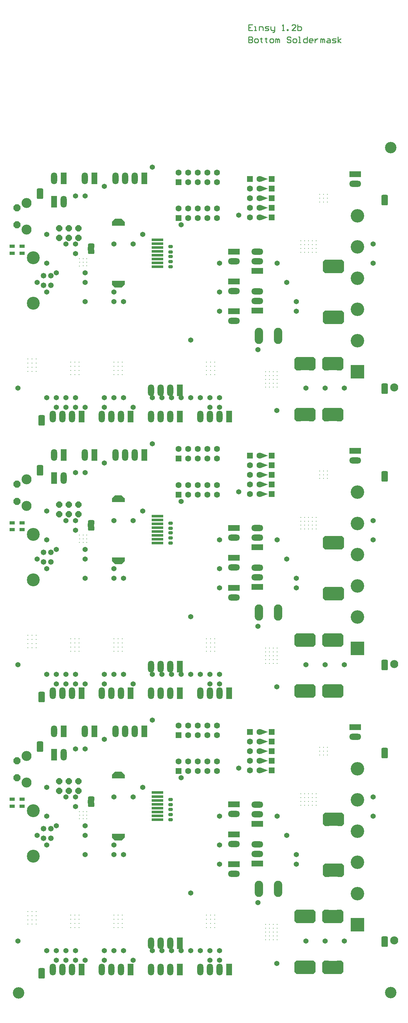
<source format=gbs>
G04*
G04 #@! TF.GenerationSoftware,Altium Limited,Altium Designer,19.1.5 (86)*
G04*
G04 Layer_Color=16711935*
%FSLAX24Y24*%
%MOIN*%
G70*
G01*
G75*
%ADD12C,0.0100*%
%ADD141C,0.0580*%
%ADD190C,0.0631*%
G04:AMPARAMS|DCode=194|XSize=118.7mil|YSize=118.7mil|CornerRadius=59.4mil|HoleSize=0mil|Usage=FLASHONLY|Rotation=90.000|XOffset=0mil|YOffset=0mil|HoleType=Round|Shape=RoundedRectangle|*
%AMROUNDEDRECTD194*
21,1,0.1187,0.0000,0,0,90.0*
21,1,0.0000,0.1187,0,0,90.0*
1,1,0.1187,0.0000,0.0000*
1,1,0.1187,0.0000,0.0000*
1,1,0.1187,0.0000,0.0000*
1,1,0.1187,0.0000,0.0000*
%
%ADD194ROUNDEDRECTD194*%
G04:AMPARAMS|DCode=216|XSize=33.1mil|YSize=43.4mil|CornerRadius=7.8mil|HoleSize=0mil|Usage=FLASHONLY|Rotation=90.000|XOffset=0mil|YOffset=0mil|HoleType=Round|Shape=RoundedRectangle|*
%AMROUNDEDRECTD216*
21,1,0.0331,0.0277,0,0,90.0*
21,1,0.0175,0.0434,0,0,90.0*
1,1,0.0157,0.0139,0.0087*
1,1,0.0157,0.0139,-0.0087*
1,1,0.0157,-0.0139,-0.0087*
1,1,0.0157,-0.0139,0.0087*
%
%ADD216ROUNDEDRECTD216*%
G04:AMPARAMS|DCode=225|XSize=54mil|YSize=54mil|CornerRadius=27mil|HoleSize=0mil|Usage=FLASHONLY|Rotation=270.000|XOffset=0mil|YOffset=0mil|HoleType=Round|Shape=RoundedRectangle|*
%AMROUNDEDRECTD225*
21,1,0.0540,0.0000,0,0,270.0*
21,1,0.0000,0.0540,0,0,270.0*
1,1,0.0540,0.0000,0.0000*
1,1,0.0540,0.0000,0.0000*
1,1,0.0540,0.0000,0.0000*
1,1,0.0540,0.0000,0.0000*
%
%ADD225ROUNDEDRECTD225*%
%ADD251R,0.0631X0.0631*%
%ADD252C,0.0631*%
%ADD253O,0.0865X0.1690*%
%ADD254R,0.0631X0.0631*%
G04:AMPARAMS|DCode=255|XSize=137mil|YSize=87mil|CornerRadius=0mil|HoleSize=0mil|Usage=FLASHONLY|Rotation=270.000|XOffset=0mil|YOffset=0mil|HoleType=Round|Shape=Octagon|*
%AMOCTAGOND255*
4,1,8,-0.0217,-0.0685,0.0217,-0.0685,0.0435,-0.0468,0.0435,0.0468,0.0217,0.0685,-0.0217,0.0685,-0.0435,0.0468,-0.0435,-0.0468,-0.0217,-0.0685,0.0*
%
%ADD255OCTAGOND255*%

%ADD256P,0.0714X8X22.5*%
%ADD257C,0.1345*%
%ADD258P,0.0801X8X292.5*%
%ADD259C,0.1040*%
%ADD260R,0.1240X0.0640*%
%ADD261O,0.1240X0.0640*%
%ADD262R,0.0640X0.1240*%
%ADD263O,0.0640X0.1240*%
%ADD264O,0.1400X0.1400*%
%ADD265R,0.1400X0.1400*%
%ADD266C,0.0840*%
%ADD268R,0.0704X0.0354*%
G04:AMPARAMS|DCode=269|XSize=54mil|YSize=54mil|CornerRadius=27mil|HoleSize=0mil|Usage=FLASHONLY|Rotation=180.000|XOffset=0mil|YOffset=0mil|HoleType=Round|Shape=RoundedRectangle|*
%AMROUNDEDRECTD269*
21,1,0.0540,0.0000,0,0,180.0*
21,1,0.0000,0.0540,0,0,180.0*
1,1,0.0540,0.0000,0.0000*
1,1,0.0540,0.0000,0.0000*
1,1,0.0540,0.0000,0.0000*
1,1,0.0540,0.0000,0.0000*
%
%ADD269ROUNDEDRECTD269*%
%ADD270R,0.1241X0.0280*%
G04:AMPARAMS|DCode=271|XSize=50mil|YSize=67mil|CornerRadius=13.5mil|HoleSize=0mil|Usage=FLASHONLY|Rotation=270.000|XOffset=0mil|YOffset=0mil|HoleType=Round|Shape=RoundedRectangle|*
%AMROUNDEDRECTD271*
21,1,0.0500,0.0400,0,0,270.0*
21,1,0.0230,0.0670,0,0,270.0*
1,1,0.0270,-0.0200,-0.0115*
1,1,0.0270,-0.0200,0.0115*
1,1,0.0270,0.0200,0.0115*
1,1,0.0270,0.0200,-0.0115*
%
%ADD271ROUNDEDRECTD271*%
%ADD272R,0.0532X0.0375*%
%ADD273R,0.0631X0.0631*%
%ADD274C,0.0100*%
G36*
X27324Y55127D02*
X26534Y54827D01*
X26654Y54947D01*
Y55307D01*
X26534Y55427D01*
X27324Y55127D01*
D02*
G37*
G36*
Y54127D02*
X26534Y53827D01*
X26654Y53947D01*
Y54307D01*
X26534Y54427D01*
X27324Y54127D01*
D02*
G37*
G36*
Y53127D02*
X26534Y52827D01*
X26654Y52947D01*
Y53307D01*
X26534Y53427D01*
X27324Y53127D01*
D02*
G37*
G36*
Y52127D02*
X26534Y51827D01*
X26654Y51947D01*
Y52307D01*
X26534Y52427D01*
X27324Y52127D01*
D02*
G37*
G36*
Y51127D02*
X26534Y50827D01*
X26654Y50947D01*
Y51307D01*
X26534Y51427D01*
X27324Y51127D01*
D02*
G37*
G36*
X12347Y50730D02*
X12402Y50675D01*
X12402Y50289D01*
X11064Y50289D01*
Y50675D01*
X11383Y50994D01*
X12083D01*
X12347Y50730D01*
D02*
G37*
G36*
X34587Y45356D02*
X33677D01*
Y46746D01*
X34587D01*
Y45356D01*
D02*
G37*
G36*
X12402Y44533D02*
X12402Y44147D01*
X12347Y44092D01*
X12083Y43828D01*
X11383D01*
X11064Y44147D01*
Y44533D01*
X12402Y44533D01*
D02*
G37*
G36*
X34587Y40056D02*
X33677D01*
Y41446D01*
X34587D01*
Y40056D01*
D02*
G37*
G36*
X31637Y35230D02*
X30727D01*
Y36620D01*
X31637D01*
Y35230D01*
D02*
G37*
G36*
X34537Y35226D02*
X33627D01*
Y36616D01*
X34537D01*
Y35226D01*
D02*
G37*
G36*
X31637Y29930D02*
X30727D01*
Y31320D01*
X31637D01*
Y29930D01*
D02*
G37*
G36*
X34537Y29926D02*
X33627D01*
Y31316D01*
X34537D01*
Y29926D01*
D02*
G37*
G36*
X27324Y26348D02*
X26534Y26048D01*
X26654Y26168D01*
Y26528D01*
X26534Y26648D01*
X27324Y26348D01*
D02*
G37*
G36*
Y25348D02*
X26534Y25048D01*
X26654Y25168D01*
Y25528D01*
X26534Y25648D01*
X27324Y25348D01*
D02*
G37*
G36*
Y24348D02*
X26534Y24048D01*
X26654Y24168D01*
Y24528D01*
X26534Y24648D01*
X27324Y24348D01*
D02*
G37*
G36*
Y23348D02*
X26534Y23048D01*
X26654Y23168D01*
Y23528D01*
X26534Y23648D01*
X27324Y23348D01*
D02*
G37*
G36*
Y22348D02*
X26534Y22048D01*
X26654Y22168D01*
Y22528D01*
X26534Y22648D01*
X27324Y22348D01*
D02*
G37*
G36*
X12347Y21950D02*
X12402Y21895D01*
X12402Y21510D01*
X11064Y21510D01*
Y21895D01*
X11383Y22214D01*
X12083D01*
X12347Y21950D01*
D02*
G37*
G36*
X34587Y16577D02*
X33677D01*
Y17967D01*
X34587D01*
Y16577D01*
D02*
G37*
G36*
X12402Y15754D02*
X12402Y15368D01*
X12347Y15313D01*
X12083Y15049D01*
X11383D01*
X11064Y15368D01*
Y15754D01*
X12402Y15754D01*
D02*
G37*
G36*
X34587Y11277D02*
X33677D01*
Y12667D01*
X34587D01*
Y11277D01*
D02*
G37*
G36*
X31637Y6451D02*
X30727D01*
Y7841D01*
X31637D01*
Y6451D01*
D02*
G37*
G36*
X34537Y6447D02*
X33627D01*
Y7837D01*
X34537D01*
Y6447D01*
D02*
G37*
G36*
X31637Y1151D02*
X30727D01*
Y2541D01*
X31637D01*
Y1151D01*
D02*
G37*
G36*
X34537Y1147D02*
X33627D01*
Y2537D01*
X34537D01*
Y1147D01*
D02*
G37*
G36*
X27324Y-2432D02*
X26534Y-2732D01*
X26654Y-2612D01*
Y-2252D01*
X26534Y-2132D01*
X27324Y-2432D01*
D02*
G37*
G36*
Y-3432D02*
X26534Y-3732D01*
X26654Y-3612D01*
Y-3252D01*
X26534Y-3132D01*
X27324Y-3432D01*
D02*
G37*
G36*
Y-4432D02*
X26534Y-4732D01*
X26654Y-4612D01*
Y-4252D01*
X26534Y-4132D01*
X27324Y-4432D01*
D02*
G37*
G36*
Y-5432D02*
X26534Y-5732D01*
X26654Y-5612D01*
Y-5252D01*
X26534Y-5132D01*
X27324Y-5432D01*
D02*
G37*
G36*
Y-6432D02*
X26534Y-6732D01*
X26654Y-6612D01*
Y-6252D01*
X26534Y-6132D01*
X27324Y-6432D01*
D02*
G37*
G36*
X12347Y-6829D02*
X12402Y-6884D01*
X12402Y-7270D01*
X11064Y-7270D01*
Y-6884D01*
X11383Y-6565D01*
X12083D01*
X12347Y-6829D01*
D02*
G37*
G36*
X34587Y-12203D02*
X33677D01*
Y-10813D01*
X34587D01*
Y-12203D01*
D02*
G37*
G36*
X12402Y-13026D02*
X12402Y-13412D01*
X12347Y-13467D01*
X12083Y-13731D01*
X11383D01*
X11064Y-13412D01*
Y-13026D01*
X12402Y-13026D01*
D02*
G37*
G36*
X34587Y-17503D02*
X33677D01*
Y-16113D01*
X34587D01*
Y-17503D01*
D02*
G37*
G36*
X31637Y-22329D02*
X30727D01*
Y-20939D01*
X31637D01*
Y-22329D01*
D02*
G37*
G36*
X34537Y-22333D02*
X33627D01*
Y-20943D01*
X34537D01*
Y-22333D01*
D02*
G37*
G36*
X31637Y-27629D02*
X30727D01*
Y-26239D01*
X31637D01*
Y-27629D01*
D02*
G37*
G36*
X34537Y-27633D02*
X33627D01*
Y-26243D01*
X34537D01*
Y-27633D01*
D02*
G37*
G54D12*
X25298Y69942D02*
Y69343D01*
X25598D01*
X25698Y69442D01*
Y69542D01*
X25598Y69642D01*
X25298D01*
X25598D01*
X25698Y69742D01*
Y69842D01*
X25598Y69942D01*
X25298D01*
X25998Y69343D02*
X26198D01*
X26298Y69442D01*
Y69642D01*
X26198Y69742D01*
X25998D01*
X25898Y69642D01*
Y69442D01*
X25998Y69343D01*
X26598Y69842D02*
Y69742D01*
X26498D01*
X26698D01*
X26598D01*
Y69442D01*
X26698Y69343D01*
X27098Y69842D02*
Y69742D01*
X26998D01*
X27198D01*
X27098D01*
Y69442D01*
X27198Y69343D01*
X27598D02*
X27798D01*
X27898Y69442D01*
Y69642D01*
X27798Y69742D01*
X27598D01*
X27498Y69642D01*
Y69442D01*
X27598Y69343D01*
X28097D02*
Y69742D01*
X28197D01*
X28297Y69642D01*
Y69343D01*
Y69642D01*
X28397Y69742D01*
X28497Y69642D01*
Y69343D01*
X29697Y69842D02*
X29597Y69942D01*
X29397D01*
X29297Y69842D01*
Y69742D01*
X29397Y69642D01*
X29597D01*
X29697Y69542D01*
Y69442D01*
X29597Y69343D01*
X29397D01*
X29297Y69442D01*
X29997Y69343D02*
X30197D01*
X30297Y69442D01*
Y69642D01*
X30197Y69742D01*
X29997D01*
X29897Y69642D01*
Y69442D01*
X29997Y69343D01*
X30497D02*
X30697D01*
X30597D01*
Y69942D01*
X30497D01*
X31396D02*
Y69343D01*
X31096D01*
X30996Y69442D01*
Y69642D01*
X31096Y69742D01*
X31396D01*
X31896Y69343D02*
X31696D01*
X31596Y69442D01*
Y69642D01*
X31696Y69742D01*
X31896D01*
X31996Y69642D01*
Y69542D01*
X31596D01*
X32196Y69742D02*
Y69343D01*
Y69542D01*
X32296Y69642D01*
X32396Y69742D01*
X32496D01*
X32796Y69343D02*
Y69742D01*
X32896D01*
X32996Y69642D01*
Y69343D01*
Y69642D01*
X33096Y69742D01*
X33196Y69642D01*
Y69343D01*
X33496Y69742D02*
X33696D01*
X33796Y69642D01*
Y69343D01*
X33496D01*
X33396Y69442D01*
X33496Y69542D01*
X33796D01*
X33996Y69343D02*
X34295D01*
X34395Y69442D01*
X34295Y69542D01*
X34095D01*
X33996Y69642D01*
X34095Y69742D01*
X34395D01*
X34595Y69343D02*
Y69942D01*
Y69542D02*
X34895Y69742D01*
X34595Y69542D02*
X34895Y69343D01*
X25698Y71192D02*
X25298D01*
Y70593D01*
X25698D01*
X25298Y70892D02*
X25498D01*
X25898Y70593D02*
X26098D01*
X25998D01*
Y70992D01*
X25898D01*
X26398Y70593D02*
Y70992D01*
X26698D01*
X26798Y70892D01*
Y70593D01*
X26998D02*
X27298D01*
X27398Y70692D01*
X27298Y70792D01*
X27098D01*
X26998Y70892D01*
X27098Y70992D01*
X27398D01*
X27598D02*
Y70692D01*
X27698Y70593D01*
X27997D01*
Y70493D01*
X27898Y70393D01*
X27798D01*
X27997Y70593D02*
Y70992D01*
X28797Y70593D02*
X28997D01*
X28897D01*
Y71192D01*
X28797Y71092D01*
X29297Y70593D02*
Y70692D01*
X29397D01*
Y70593D01*
X29297D01*
X30197D02*
X29797D01*
X30197Y70992D01*
Y71092D01*
X30097Y71192D01*
X29897D01*
X29797Y71092D01*
X30397Y71192D02*
Y70593D01*
X30697D01*
X30797Y70692D01*
Y70792D01*
Y70892D01*
X30697Y70992D01*
X30397D01*
G54D141*
X4725Y-13492D02*
D03*
Y-12500D02*
D03*
X3935D02*
D03*
Y-13492D02*
D03*
X4725Y15287D02*
D03*
Y16280D02*
D03*
X3935D02*
D03*
Y15287D02*
D03*
X4725Y44067D02*
D03*
Y45059D02*
D03*
X3935D02*
D03*
Y44067D02*
D03*
G54D190*
X26434Y-2432D02*
D03*
Y-3432D02*
D03*
Y-4432D02*
D03*
Y-5432D02*
D03*
Y-6432D02*
D03*
Y26348D02*
D03*
Y25348D02*
D03*
Y24348D02*
D03*
Y23348D02*
D03*
Y22348D02*
D03*
Y55127D02*
D03*
Y54127D02*
D03*
Y53127D02*
D03*
Y52127D02*
D03*
Y51127D02*
D03*
G54D194*
X40098Y58415D02*
D03*
Y-29557D02*
D03*
X1359Y-29596D02*
D03*
G54D216*
X17168Y-11012D02*
D03*
Y-11548D02*
D03*
Y-10481D02*
D03*
Y-11016D02*
D03*
Y-9467D02*
D03*
Y-10002D02*
D03*
Y17767D02*
D03*
Y17232D02*
D03*
Y18299D02*
D03*
Y17764D02*
D03*
Y19313D02*
D03*
Y18777D02*
D03*
Y46547D02*
D03*
Y46012D02*
D03*
Y47078D02*
D03*
Y46543D02*
D03*
Y48092D02*
D03*
Y47557D02*
D03*
G54D225*
X14267Y-8189D02*
D03*
X21267Y-26189D02*
D03*
X5267D02*
D03*
X6267D02*
D03*
X7267D02*
D03*
X8267D02*
D03*
X10267D02*
D03*
X13267D02*
D03*
X22267D02*
D03*
X30267Y-16189D02*
D03*
X29267Y-13189D02*
D03*
X28267Y-11189D02*
D03*
X19267Y-25189D02*
D03*
X21267D02*
D03*
X20267D02*
D03*
X22267D02*
D03*
X15267D02*
D03*
X17267D02*
D03*
X16267D02*
D03*
X18267D02*
D03*
X7267D02*
D03*
X11267D02*
D03*
X10267D02*
D03*
X12267D02*
D03*
X1267Y-24189D02*
D03*
X28237Y-26509D02*
D03*
X22267Y-16189D02*
D03*
X24267Y-6189D02*
D03*
X5267Y-25189D02*
D03*
X4267D02*
D03*
X6267D02*
D03*
X5267Y-12189D02*
D03*
X4267Y-11189D02*
D03*
X8267Y-4189D02*
D03*
X19267Y-19189D02*
D03*
X14267Y20591D02*
D03*
X21267Y2591D02*
D03*
X5267D02*
D03*
X6267D02*
D03*
X7267D02*
D03*
X8267D02*
D03*
X10267D02*
D03*
X13267D02*
D03*
X22267D02*
D03*
X30267Y12591D02*
D03*
X29267Y15591D02*
D03*
X28267Y17591D02*
D03*
X19267Y3591D02*
D03*
X21267D02*
D03*
X20267D02*
D03*
X22267D02*
D03*
X15267D02*
D03*
X17267D02*
D03*
X16267D02*
D03*
X18267D02*
D03*
X7267D02*
D03*
X11267D02*
D03*
X10267D02*
D03*
X12267D02*
D03*
X1267Y4591D02*
D03*
X28237Y2271D02*
D03*
X22267Y12591D02*
D03*
X24267Y22591D02*
D03*
X5267Y3591D02*
D03*
X4267D02*
D03*
X6267D02*
D03*
X5267Y16591D02*
D03*
X4267Y17591D02*
D03*
X8267Y24591D02*
D03*
X19267Y9591D02*
D03*
X14267Y49370D02*
D03*
X21267Y31370D02*
D03*
X5267D02*
D03*
X6267D02*
D03*
X7267D02*
D03*
X8267D02*
D03*
X10267D02*
D03*
X13267D02*
D03*
X22267D02*
D03*
X30267Y41370D02*
D03*
X29267Y44370D02*
D03*
X28267Y46370D02*
D03*
X19267Y32370D02*
D03*
X21267D02*
D03*
X20267D02*
D03*
X22267D02*
D03*
X15267D02*
D03*
X17267D02*
D03*
X16267D02*
D03*
X18267D02*
D03*
X7267D02*
D03*
X11267D02*
D03*
X10267D02*
D03*
X12267D02*
D03*
X1267Y33370D02*
D03*
X28237Y31050D02*
D03*
X22267Y41370D02*
D03*
X24267Y51370D02*
D03*
X5267Y32370D02*
D03*
X4267D02*
D03*
X6267D02*
D03*
X5267Y45370D02*
D03*
X4267Y46370D02*
D03*
X8267Y53370D02*
D03*
X19267Y38370D02*
D03*
G54D251*
X18007Y-2749D02*
D03*
Y-6499D02*
D03*
Y26031D02*
D03*
Y22281D02*
D03*
Y54810D02*
D03*
Y51060D02*
D03*
G54D252*
Y-1749D02*
D03*
X19007Y-2749D02*
D03*
Y-1749D02*
D03*
X20007Y-2749D02*
D03*
Y-1749D02*
D03*
X21007Y-2749D02*
D03*
Y-1749D02*
D03*
X22007Y-2749D02*
D03*
Y-1749D02*
D03*
X25434Y-6432D02*
D03*
Y-5432D02*
D03*
Y-4432D02*
D03*
Y-3432D02*
D03*
X22007Y-5499D02*
D03*
Y-6499D02*
D03*
X21007Y-5499D02*
D03*
Y-6499D02*
D03*
X20007Y-5499D02*
D03*
Y-6499D02*
D03*
X19007Y-5499D02*
D03*
Y-6499D02*
D03*
X18007Y-5499D02*
D03*
Y27031D02*
D03*
X19007Y26031D02*
D03*
Y27031D02*
D03*
X20007Y26031D02*
D03*
Y27031D02*
D03*
X21007Y26031D02*
D03*
Y27031D02*
D03*
X22007Y26031D02*
D03*
Y27031D02*
D03*
X25434Y22348D02*
D03*
Y23348D02*
D03*
Y24348D02*
D03*
Y25348D02*
D03*
X22007Y23281D02*
D03*
Y22281D02*
D03*
X21007Y23281D02*
D03*
Y22281D02*
D03*
X20007Y23281D02*
D03*
Y22281D02*
D03*
X19007Y23281D02*
D03*
Y22281D02*
D03*
X18007Y23281D02*
D03*
Y55810D02*
D03*
X19007Y54810D02*
D03*
Y55810D02*
D03*
X20007Y54810D02*
D03*
Y55810D02*
D03*
X21007Y54810D02*
D03*
Y55810D02*
D03*
X22007Y54810D02*
D03*
Y55810D02*
D03*
X25434Y51127D02*
D03*
Y52127D02*
D03*
Y53127D02*
D03*
Y54127D02*
D03*
X22007Y52060D02*
D03*
Y51060D02*
D03*
X21007Y52060D02*
D03*
Y51060D02*
D03*
X20007Y52060D02*
D03*
Y51060D02*
D03*
X19007Y52060D02*
D03*
Y51060D02*
D03*
X18007Y52060D02*
D03*
G54D253*
X26377Y-18759D02*
D03*
X28377D02*
D03*
X26377Y10021D02*
D03*
X28377D02*
D03*
X26377Y38800D02*
D03*
X28377D02*
D03*
G54D254*
X25434Y-2432D02*
D03*
Y26348D02*
D03*
Y55127D02*
D03*
G54D255*
X31856Y-26935D02*
D03*
X30516D02*
D03*
Y-21635D02*
D03*
X31856D02*
D03*
X33467Y-11509D02*
D03*
X34807D02*
D03*
Y-16809D02*
D03*
X33467D02*
D03*
X34757Y-21639D02*
D03*
X33417D02*
D03*
Y-26939D02*
D03*
X34757D02*
D03*
X31856Y1844D02*
D03*
X30516D02*
D03*
Y7144D02*
D03*
X31856D02*
D03*
X33467Y17271D02*
D03*
X34807D02*
D03*
Y11971D02*
D03*
X33467D02*
D03*
X34757Y7141D02*
D03*
X33417D02*
D03*
Y1841D02*
D03*
X34757D02*
D03*
X31856Y30624D02*
D03*
X30516D02*
D03*
Y35924D02*
D03*
X31856D02*
D03*
X33467Y46050D02*
D03*
X34807D02*
D03*
Y40750D02*
D03*
X33467D02*
D03*
X34757Y35920D02*
D03*
X33417D02*
D03*
Y30620D02*
D03*
X34757D02*
D03*
G54D256*
X5592Y-8543D02*
D03*
Y-7543D02*
D03*
X6592Y-8543D02*
D03*
Y-7543D02*
D03*
X7592Y-8543D02*
D03*
Y-7543D02*
D03*
X5592Y20236D02*
D03*
Y21236D02*
D03*
X6592Y20236D02*
D03*
Y21236D02*
D03*
X7592Y20236D02*
D03*
Y21236D02*
D03*
X5592Y49016D02*
D03*
Y50016D02*
D03*
X6592Y49016D02*
D03*
Y50016D02*
D03*
X7592Y49016D02*
D03*
Y50016D02*
D03*
G54D257*
X2865Y-10630D02*
D03*
Y-15362D02*
D03*
Y18150D02*
D03*
Y13417D02*
D03*
Y46929D02*
D03*
Y42197D02*
D03*
G54D258*
X1194Y-5409D02*
D03*
Y-7189D02*
D03*
Y23370D02*
D03*
Y21590D02*
D03*
Y52150D02*
D03*
Y50370D02*
D03*
G54D259*
X2174Y-4919D02*
D03*
Y-7679D02*
D03*
Y23860D02*
D03*
Y21100D02*
D03*
Y52640D02*
D03*
Y49880D02*
D03*
G54D260*
X26197Y-16119D02*
D03*
X23771Y-9972D02*
D03*
Y-13083D02*
D03*
Y-16193D02*
D03*
X36417Y-1929D02*
D03*
X26207Y-11979D02*
D03*
X26197Y12661D02*
D03*
X23771Y18807D02*
D03*
Y15697D02*
D03*
Y12587D02*
D03*
X36417Y26851D02*
D03*
X26207Y16801D02*
D03*
X26197Y41440D02*
D03*
X23771Y47587D02*
D03*
Y44476D02*
D03*
Y41366D02*
D03*
X36417Y55630D02*
D03*
X26207Y45580D02*
D03*
G54D261*
X26197Y-15119D02*
D03*
Y-14119D02*
D03*
X23771Y-10972D02*
D03*
Y-14083D02*
D03*
Y-17193D02*
D03*
X36417Y-2929D02*
D03*
X26207Y-9979D02*
D03*
Y-10979D02*
D03*
X26197Y13661D02*
D03*
Y14661D02*
D03*
X23771Y17807D02*
D03*
Y14697D02*
D03*
Y11587D02*
D03*
X36417Y25851D02*
D03*
X26207Y18801D02*
D03*
Y17801D02*
D03*
X26197Y42440D02*
D03*
Y43440D02*
D03*
X23771Y46587D02*
D03*
Y43476D02*
D03*
Y40366D02*
D03*
X36417Y54630D02*
D03*
X26207Y47580D02*
D03*
Y46580D02*
D03*
G54D262*
X9249Y-2366D02*
D03*
X14429Y-2362D02*
D03*
X7909Y-27166D02*
D03*
X13027D02*
D03*
X18146Y-24411D02*
D03*
Y-27166D02*
D03*
X23268Y-27163D02*
D03*
X5039Y-4776D02*
D03*
X6039Y-2366D02*
D03*
X9249Y26413D02*
D03*
X14429Y26417D02*
D03*
X7909Y1613D02*
D03*
X13027D02*
D03*
X18146Y4369D02*
D03*
Y1613D02*
D03*
X23268Y1617D02*
D03*
X5039Y24003D02*
D03*
X6039Y26413D02*
D03*
X9249Y55193D02*
D03*
X14429Y55197D02*
D03*
X7909Y30393D02*
D03*
X13027D02*
D03*
X18146Y33149D02*
D03*
Y30393D02*
D03*
X23268Y30397D02*
D03*
X5039Y52783D02*
D03*
X6039Y55193D02*
D03*
G54D263*
X8249Y-2366D02*
D03*
X13429Y-2362D02*
D03*
X12429D02*
D03*
X11429D02*
D03*
X4909Y-27166D02*
D03*
X5909D02*
D03*
X6909D02*
D03*
X10027D02*
D03*
X11027D02*
D03*
X12027D02*
D03*
X15146Y-24411D02*
D03*
X16146D02*
D03*
X17146D02*
D03*
X15146Y-27166D02*
D03*
X16146D02*
D03*
X17146D02*
D03*
X20268Y-27163D02*
D03*
X21268D02*
D03*
X22268D02*
D03*
X6039Y-4776D02*
D03*
X5039Y-2366D02*
D03*
X8249Y26413D02*
D03*
X13429Y26417D02*
D03*
X12429D02*
D03*
X11429D02*
D03*
X4909Y1613D02*
D03*
X5909D02*
D03*
X6909D02*
D03*
X10027D02*
D03*
X11027D02*
D03*
X12027D02*
D03*
X15146Y4369D02*
D03*
X16146D02*
D03*
X17146D02*
D03*
X15146Y1613D02*
D03*
X16146D02*
D03*
X17146D02*
D03*
X20268Y1617D02*
D03*
X21268D02*
D03*
X22268D02*
D03*
X6039Y24003D02*
D03*
X5039Y26413D02*
D03*
X8249Y55193D02*
D03*
X13429Y55197D02*
D03*
X12429D02*
D03*
X11429D02*
D03*
X4909Y30393D02*
D03*
X5909D02*
D03*
X6909D02*
D03*
X10027D02*
D03*
X11027D02*
D03*
X12027D02*
D03*
X15146Y33149D02*
D03*
X16146D02*
D03*
X17146D02*
D03*
X15146Y30393D02*
D03*
X16146D02*
D03*
X17146D02*
D03*
X20268Y30397D02*
D03*
X21268D02*
D03*
X22268D02*
D03*
X6039Y52783D02*
D03*
X5039Y55193D02*
D03*
G54D264*
X36637Y-6244D02*
D03*
Y-9494D02*
D03*
Y-12744D02*
D03*
Y-15994D02*
D03*
Y-19244D02*
D03*
Y22536D02*
D03*
Y19286D02*
D03*
Y16036D02*
D03*
Y12786D02*
D03*
Y9536D02*
D03*
Y51315D02*
D03*
Y48065D02*
D03*
Y44815D02*
D03*
Y41565D02*
D03*
Y38315D02*
D03*
G54D265*
Y-22494D02*
D03*
Y6286D02*
D03*
Y35065D02*
D03*
G54D266*
X40474Y-24134D02*
D03*
Y4646D02*
D03*
Y33425D02*
D03*
G54D268*
X8891Y-9685D02*
D03*
X39489Y-24262D02*
D03*
X3562Y-3947D02*
D03*
X3742Y-27557D02*
D03*
X39482Y-4607D02*
D03*
X8891Y19094D02*
D03*
X39489Y4517D02*
D03*
X3562Y24833D02*
D03*
X3742Y1223D02*
D03*
X39482Y24173D02*
D03*
X8891Y47874D02*
D03*
X39489Y33297D02*
D03*
X3562Y53612D02*
D03*
X3742Y30002D02*
D03*
X39482Y52952D02*
D03*
G54D269*
X22267Y-14189D02*
D03*
Y-11189D02*
D03*
X35267Y-24189D02*
D03*
X33267D02*
D03*
X31267D02*
D03*
X15267Y-1189D02*
D03*
X3267Y-13189D02*
D03*
X4267Y-14189D02*
D03*
X7267Y-9189D02*
D03*
X4267Y-8189D02*
D03*
X6267Y-9189D02*
D03*
X7267Y-10189D02*
D03*
X10277Y-3189D02*
D03*
X7267Y-4189D02*
D03*
X13267Y-9189D02*
D03*
X18267Y-7189D02*
D03*
X11267Y-9189D02*
D03*
X30267Y-15189D02*
D03*
X38267Y-11189D02*
D03*
X26267Y-20189D02*
D03*
X38267Y-9189D02*
D03*
X8267Y-15189D02*
D03*
Y-13189D02*
D03*
Y-12189D02*
D03*
X11267Y-14189D02*
D03*
X12267Y-15189D02*
D03*
X11267D02*
D03*
X22267Y14591D02*
D03*
Y17591D02*
D03*
X35267Y4591D02*
D03*
X33267D02*
D03*
X31267D02*
D03*
X15267Y27591D02*
D03*
X3267Y15591D02*
D03*
X4267Y14591D02*
D03*
X7267Y19591D02*
D03*
X4267Y20591D02*
D03*
X6267Y19591D02*
D03*
X7267Y18591D02*
D03*
X10277Y25591D02*
D03*
X7267Y24591D02*
D03*
X13267Y19591D02*
D03*
X18267Y21591D02*
D03*
X11267Y19591D02*
D03*
X30267Y13591D02*
D03*
X38267Y17591D02*
D03*
X26267Y8591D02*
D03*
X38267Y19591D02*
D03*
X8267Y13591D02*
D03*
Y15591D02*
D03*
Y16591D02*
D03*
X11267Y14591D02*
D03*
X12267Y13591D02*
D03*
X11267D02*
D03*
X22267Y43370D02*
D03*
Y46370D02*
D03*
X35267Y33370D02*
D03*
X33267D02*
D03*
X31267D02*
D03*
X15267Y56370D02*
D03*
X3267Y44370D02*
D03*
X4267Y43370D02*
D03*
X7267Y48370D02*
D03*
X4267Y49370D02*
D03*
X6267Y48370D02*
D03*
X7267Y47370D02*
D03*
X10277Y54370D02*
D03*
X7267Y53370D02*
D03*
X13267Y48370D02*
D03*
X18267Y50370D02*
D03*
X11267Y48370D02*
D03*
X30267Y42370D02*
D03*
X38267Y46370D02*
D03*
X26267Y37370D02*
D03*
X38267Y48370D02*
D03*
X8267Y42370D02*
D03*
Y44370D02*
D03*
Y45370D02*
D03*
X11267Y43370D02*
D03*
X12267Y42370D02*
D03*
X11267D02*
D03*
G54D270*
X15800Y-11152D02*
D03*
Y-10750D02*
D03*
Y-8742D02*
D03*
Y-9144D02*
D03*
Y-9546D02*
D03*
Y-9947D02*
D03*
Y-10349D02*
D03*
Y-11553D02*
D03*
Y17628D02*
D03*
Y18029D02*
D03*
Y20037D02*
D03*
Y19636D02*
D03*
Y19234D02*
D03*
Y18832D02*
D03*
Y18431D02*
D03*
Y17226D02*
D03*
Y46407D02*
D03*
Y46809D02*
D03*
Y48817D02*
D03*
Y48415D02*
D03*
Y48013D02*
D03*
Y47612D02*
D03*
Y47210D02*
D03*
Y46006D02*
D03*
G54D271*
X8899Y-9395D02*
D03*
Y-9995D02*
D03*
X39481Y-24552D02*
D03*
Y-23952D02*
D03*
X3569Y-3656D02*
D03*
Y-4256D02*
D03*
X3749Y-27266D02*
D03*
Y-27866D02*
D03*
X39489Y-4316D02*
D03*
Y-4916D02*
D03*
X8899Y19385D02*
D03*
Y18785D02*
D03*
X39481Y4227D02*
D03*
Y4827D02*
D03*
X3569Y25123D02*
D03*
Y24523D02*
D03*
X3749Y1513D02*
D03*
Y913D02*
D03*
X39489Y24463D02*
D03*
Y23863D02*
D03*
X8899Y48164D02*
D03*
Y47564D02*
D03*
X39481Y33007D02*
D03*
Y33607D02*
D03*
X3569Y53903D02*
D03*
Y53303D02*
D03*
X3749Y30293D02*
D03*
Y29693D02*
D03*
X39489Y53243D02*
D03*
Y52643D02*
D03*
G54D272*
X689Y-10151D02*
D03*
Y-9422D02*
D03*
X1709D02*
D03*
Y-10151D02*
D03*
X689Y18629D02*
D03*
Y19357D02*
D03*
X1709D02*
D03*
Y18629D02*
D03*
X689Y47408D02*
D03*
Y48137D02*
D03*
X1709D02*
D03*
Y47408D02*
D03*
G54D273*
X27714Y-2432D02*
D03*
Y-3432D02*
D03*
Y-4432D02*
D03*
Y-5432D02*
D03*
Y-6432D02*
D03*
Y26348D02*
D03*
Y25348D02*
D03*
Y24348D02*
D03*
Y23348D02*
D03*
Y22348D02*
D03*
Y55127D02*
D03*
Y54127D02*
D03*
Y53127D02*
D03*
Y52127D02*
D03*
Y51127D02*
D03*
G54D274*
X31928Y-10061D02*
D03*
X32328D02*
D03*
Y-9661D02*
D03*
X31928D02*
D03*
Y-9261D02*
D03*
X32328D02*
D03*
Y-8861D02*
D03*
X31928D02*
D03*
X31128D02*
D03*
X30728D02*
D03*
Y-9261D02*
D03*
X31128D02*
D03*
Y-9661D02*
D03*
X30728D02*
D03*
Y-10061D02*
D03*
X31128D02*
D03*
X31528D02*
D03*
Y-9661D02*
D03*
Y-8861D02*
D03*
Y-9261D02*
D03*
X28275Y-22872D02*
D03*
Y-22472D02*
D03*
X27875D02*
D03*
Y-22872D02*
D03*
X27475D02*
D03*
Y-22472D02*
D03*
X27075D02*
D03*
Y-22872D02*
D03*
Y-23672D02*
D03*
Y-24072D02*
D03*
X27475D02*
D03*
Y-23672D02*
D03*
X27875D02*
D03*
Y-24072D02*
D03*
X28275D02*
D03*
Y-23672D02*
D03*
Y-23272D02*
D03*
X27875D02*
D03*
X27075D02*
D03*
X27475D02*
D03*
X20924Y-21499D02*
D03*
X21790Y-22798D02*
D03*
X21357D02*
D03*
X20924D02*
D03*
X21790Y-22365D02*
D03*
X21357D02*
D03*
X20924D02*
D03*
X21790Y-21932D02*
D03*
X21357D02*
D03*
X20924D02*
D03*
X21790Y-21499D02*
D03*
X21357D02*
D03*
X8067Y-11089D02*
D03*
Y-10715D02*
D03*
X7690Y-10711D02*
D03*
X7695Y-11089D02*
D03*
X7693Y-11473D02*
D03*
X8067Y-11463D02*
D03*
X8441D02*
D03*
Y-11089D02*
D03*
Y-10715D02*
D03*
X33114Y-4423D02*
D03*
X32720D02*
D03*
Y-4030D02*
D03*
X33114D02*
D03*
X33507D02*
D03*
Y-4423D02*
D03*
Y-4817D02*
D03*
X33114D02*
D03*
X32720D02*
D03*
X2743Y-21139D02*
D03*
X3176D02*
D03*
X2310Y-21572D02*
D03*
X2743D02*
D03*
X3176D02*
D03*
X2310Y-22005D02*
D03*
X2743D02*
D03*
X3176D02*
D03*
X2310Y-22438D02*
D03*
X2743D02*
D03*
X3176D02*
D03*
X2310Y-21139D02*
D03*
X7217Y-21499D02*
D03*
X7650D02*
D03*
X6784Y-21932D02*
D03*
X7217D02*
D03*
X7650D02*
D03*
X6784Y-22365D02*
D03*
X7217D02*
D03*
X7650D02*
D03*
X6784Y-22798D02*
D03*
X7217D02*
D03*
X7650D02*
D03*
X6784Y-21499D02*
D03*
X11717D02*
D03*
X12150D02*
D03*
X11284Y-21932D02*
D03*
X11717D02*
D03*
X12150D02*
D03*
X11284Y-22365D02*
D03*
X11717D02*
D03*
X12150D02*
D03*
X11284Y-22798D02*
D03*
X11717D02*
D03*
X12150D02*
D03*
X11284Y-21499D02*
D03*
X31928Y18718D02*
D03*
X32328D02*
D03*
Y19118D02*
D03*
X31928D02*
D03*
Y19518D02*
D03*
X32328D02*
D03*
Y19918D02*
D03*
X31928D02*
D03*
X31128D02*
D03*
X30728D02*
D03*
Y19518D02*
D03*
X31128D02*
D03*
Y19118D02*
D03*
X30728D02*
D03*
Y18718D02*
D03*
X31128D02*
D03*
X31528D02*
D03*
Y19118D02*
D03*
Y19918D02*
D03*
Y19518D02*
D03*
X28275Y5907D02*
D03*
Y6307D02*
D03*
X27875D02*
D03*
Y5907D02*
D03*
X27475D02*
D03*
Y6307D02*
D03*
X27075D02*
D03*
Y5907D02*
D03*
Y5107D02*
D03*
Y4707D02*
D03*
X27475D02*
D03*
Y5107D02*
D03*
X27875D02*
D03*
Y4707D02*
D03*
X28275D02*
D03*
Y5107D02*
D03*
Y5507D02*
D03*
X27875D02*
D03*
X27075D02*
D03*
X27475D02*
D03*
X20924Y7281D02*
D03*
X21790Y5982D02*
D03*
X21357D02*
D03*
X20924D02*
D03*
X21790Y6415D02*
D03*
X21357D02*
D03*
X20924D02*
D03*
X21790Y6848D02*
D03*
X21357D02*
D03*
X20924D02*
D03*
X21790Y7281D02*
D03*
X21357D02*
D03*
X8067Y17691D02*
D03*
Y18065D02*
D03*
X7690Y18068D02*
D03*
X7695Y17691D02*
D03*
X7693Y17307D02*
D03*
X8067Y17317D02*
D03*
X8441D02*
D03*
Y17691D02*
D03*
Y18065D02*
D03*
X33114Y24356D02*
D03*
X32720D02*
D03*
Y24750D02*
D03*
X33114D02*
D03*
X33507D02*
D03*
Y24356D02*
D03*
Y23963D02*
D03*
X33114D02*
D03*
X32720D02*
D03*
X2743Y7641D02*
D03*
X3176D02*
D03*
X2310Y7208D02*
D03*
X2743D02*
D03*
X3176D02*
D03*
X2310Y6775D02*
D03*
X2743D02*
D03*
X3176D02*
D03*
X2310Y6342D02*
D03*
X2743D02*
D03*
X3176D02*
D03*
X2310Y7641D02*
D03*
X7217Y7281D02*
D03*
X7650D02*
D03*
X6784Y6848D02*
D03*
X7217D02*
D03*
X7650D02*
D03*
X6784Y6415D02*
D03*
X7217D02*
D03*
X7650D02*
D03*
X6784Y5982D02*
D03*
X7217D02*
D03*
X7650D02*
D03*
X6784Y7281D02*
D03*
X11717D02*
D03*
X12150D02*
D03*
X11284Y6848D02*
D03*
X11717D02*
D03*
X12150D02*
D03*
X11284Y6415D02*
D03*
X11717D02*
D03*
X12150D02*
D03*
X11284Y5982D02*
D03*
X11717D02*
D03*
X12150D02*
D03*
X11284Y7281D02*
D03*
X31928Y47498D02*
D03*
X32328D02*
D03*
Y47898D02*
D03*
X31928D02*
D03*
Y48298D02*
D03*
X32328D02*
D03*
Y48698D02*
D03*
X31928D02*
D03*
X31128D02*
D03*
X30728D02*
D03*
Y48298D02*
D03*
X31128D02*
D03*
Y47898D02*
D03*
X30728D02*
D03*
Y47498D02*
D03*
X31128D02*
D03*
X31528D02*
D03*
Y47898D02*
D03*
Y48698D02*
D03*
Y48298D02*
D03*
X28275Y34687D02*
D03*
Y35087D02*
D03*
X27875D02*
D03*
Y34687D02*
D03*
X27475D02*
D03*
Y35087D02*
D03*
X27075D02*
D03*
Y34687D02*
D03*
Y33887D02*
D03*
Y33487D02*
D03*
X27475D02*
D03*
Y33887D02*
D03*
X27875D02*
D03*
Y33487D02*
D03*
X28275D02*
D03*
Y33887D02*
D03*
Y34287D02*
D03*
X27875D02*
D03*
X27075D02*
D03*
X27475D02*
D03*
X20924Y36060D02*
D03*
X21790Y34761D02*
D03*
X21357D02*
D03*
X20924D02*
D03*
X21790Y35194D02*
D03*
X21357D02*
D03*
X20924D02*
D03*
X21790Y35627D02*
D03*
X21357D02*
D03*
X20924D02*
D03*
X21790Y36060D02*
D03*
X21357D02*
D03*
X8067Y46470D02*
D03*
Y46844D02*
D03*
X7690Y46848D02*
D03*
X7695Y46470D02*
D03*
X7693Y46086D02*
D03*
X8067Y46096D02*
D03*
X8441D02*
D03*
Y46470D02*
D03*
Y46844D02*
D03*
X33114Y53136D02*
D03*
X32720D02*
D03*
Y53530D02*
D03*
X33114D02*
D03*
X33507D02*
D03*
Y53136D02*
D03*
Y52742D02*
D03*
X33114D02*
D03*
X32720D02*
D03*
X2743Y36420D02*
D03*
X3176D02*
D03*
X2310Y35987D02*
D03*
X2743D02*
D03*
X3176D02*
D03*
X2310Y35554D02*
D03*
X2743D02*
D03*
X3176D02*
D03*
X2310Y35121D02*
D03*
X2743D02*
D03*
X3176D02*
D03*
X2310Y36420D02*
D03*
X7217Y36060D02*
D03*
X7650D02*
D03*
X6784Y35627D02*
D03*
X7217D02*
D03*
X7650D02*
D03*
X6784Y35194D02*
D03*
X7217D02*
D03*
X7650D02*
D03*
X6784Y34761D02*
D03*
X7217D02*
D03*
X7650D02*
D03*
X6784Y36060D02*
D03*
X11717D02*
D03*
X12150D02*
D03*
X11284Y35627D02*
D03*
X11717D02*
D03*
X12150D02*
D03*
X11284Y35194D02*
D03*
X11717D02*
D03*
X12150D02*
D03*
X11284Y34761D02*
D03*
X11717D02*
D03*
X12150D02*
D03*
X11284Y36060D02*
D03*
M02*

</source>
